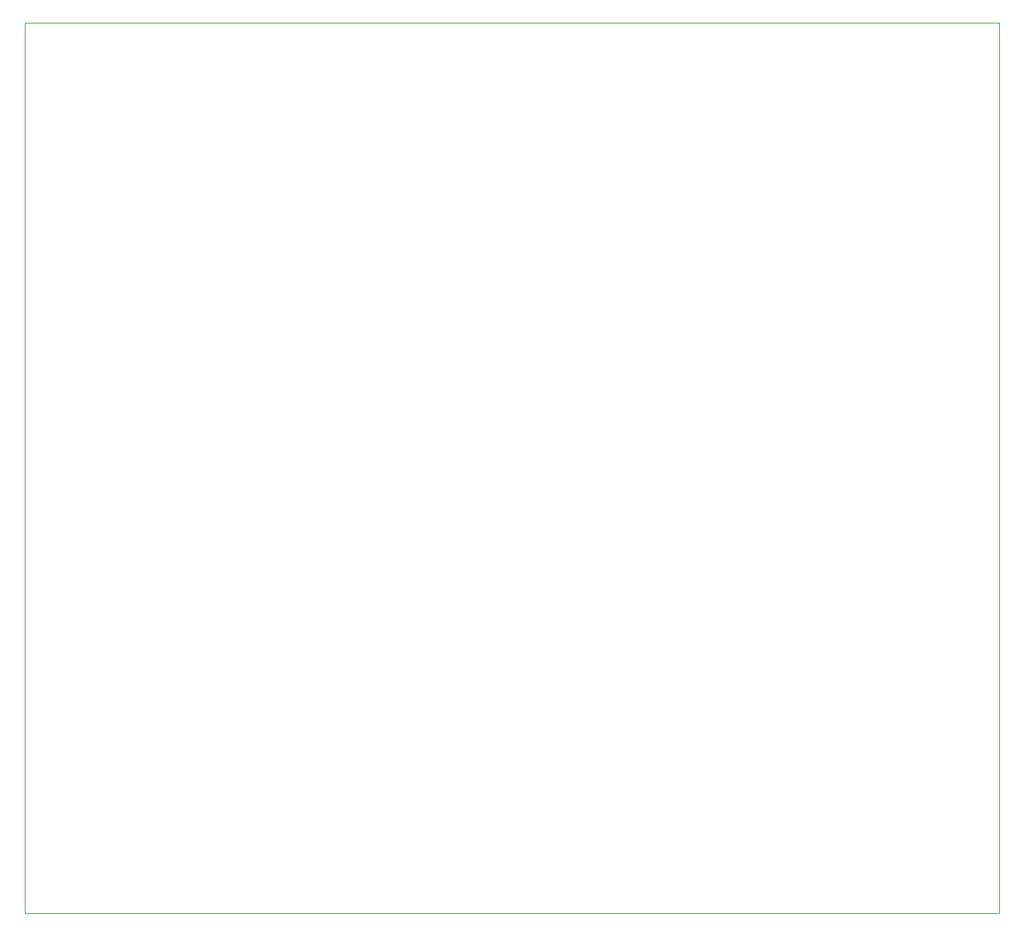
<source format=gbr>
%TF.GenerationSoftware,KiCad,Pcbnew,7.0.7*%
%TF.CreationDate,2024-01-12T22:42:29-05:00*%
%TF.ProjectId,FinalTeensyBreakoutBoard,46696e61-6c54-4656-956e-737942726561,rev?*%
%TF.SameCoordinates,Original*%
%TF.FileFunction,Profile,NP*%
%FSLAX46Y46*%
G04 Gerber Fmt 4.6, Leading zero omitted, Abs format (unit mm)*
G04 Created by KiCad (PCBNEW 7.0.7) date 2024-01-12 22:42:29*
%MOMM*%
%LPD*%
G01*
G04 APERTURE LIST*
%TA.AperFunction,Profile*%
%ADD10C,0.100000*%
%TD*%
G04 APERTURE END LIST*
D10*
X60960000Y-154940000D02*
X60960000Y-45720000D01*
X180340000Y-154940000D02*
X60960000Y-154940000D01*
X180340000Y-45720000D02*
X180340000Y-154940000D01*
X60960000Y-45720000D02*
X180340000Y-45720000D01*
M02*

</source>
